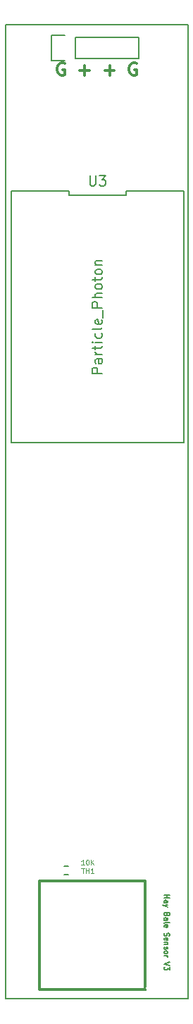
<source format=gto>
G04 #@! TF.FileFunction,Legend,Top*
%FSLAX46Y46*%
G04 Gerber Fmt 4.6, Leading zero omitted, Abs format (unit mm)*
G04 Created by KiCad (PCBNEW 4.0.1-stable) date 10/3/2016 3:23:19 PM*
%MOMM*%
G01*
G04 APERTURE LIST*
%ADD10C,0.100000*%
%ADD11C,0.200000*%
%ADD12C,0.300000*%
%ADD13C,0.152400*%
%ADD14C,0.304800*%
%ADD15C,0.150000*%
%ADD16C,0.050000*%
G04 APERTURE END LIST*
D10*
D11*
X123545600Y-62712600D02*
X123621800Y-62712600D01*
X123545600Y-179705000D02*
X123545600Y-62712600D01*
X145491200Y-179705000D02*
X123545600Y-179705000D01*
X145491200Y-62712600D02*
X145491200Y-179705000D01*
X123545600Y-62712600D02*
X145491200Y-62712600D01*
D12*
X130640629Y-67322000D02*
X130497772Y-67250571D01*
X130283486Y-67250571D01*
X130069201Y-67322000D01*
X129926343Y-67464857D01*
X129854915Y-67607714D01*
X129783486Y-67893429D01*
X129783486Y-68107714D01*
X129854915Y-68393429D01*
X129926343Y-68536286D01*
X130069201Y-68679143D01*
X130283486Y-68750571D01*
X130426343Y-68750571D01*
X130640629Y-68679143D01*
X130712058Y-68607714D01*
X130712058Y-68107714D01*
X130426343Y-68107714D01*
X132497772Y-68179143D02*
X133640629Y-68179143D01*
X133069200Y-68750571D02*
X133069200Y-67607714D01*
X135497772Y-68179143D02*
X136640629Y-68179143D01*
X136069200Y-68750571D02*
X136069200Y-67607714D01*
X139283486Y-67322000D02*
X139140629Y-67250571D01*
X138926343Y-67250571D01*
X138712058Y-67322000D01*
X138569200Y-67464857D01*
X138497772Y-67607714D01*
X138426343Y-67893429D01*
X138426343Y-68107714D01*
X138497772Y-68393429D01*
X138569200Y-68536286D01*
X138712058Y-68679143D01*
X138926343Y-68750571D01*
X139069200Y-68750571D01*
X139283486Y-68679143D01*
X139354915Y-68607714D01*
X139354915Y-68107714D01*
X139069200Y-68107714D01*
D11*
X140360400Y-178638200D02*
X140360400Y-178130200D01*
X140335000Y-178638200D02*
X140360400Y-178638200D01*
X140385800Y-178638200D02*
X140335000Y-178638200D01*
X140258800Y-178638200D02*
X140385800Y-178638200D01*
X140258800Y-178181000D02*
X140258800Y-178638200D01*
X127685800Y-178587400D02*
X127685800Y-178231800D01*
X127736600Y-178587400D02*
X127685800Y-178587400D01*
X127584200Y-178587400D02*
X127736600Y-178587400D01*
X127584200Y-178231800D02*
X127584200Y-178587400D01*
X127660400Y-177825400D02*
X127660400Y-178587400D01*
D13*
X142650029Y-167259001D02*
X143259629Y-167259001D01*
X142969343Y-167259001D02*
X142969343Y-167607344D01*
X142650029Y-167607344D02*
X143259629Y-167607344D01*
X142650029Y-168158887D02*
X142969343Y-168158887D01*
X143027400Y-168129858D01*
X143056429Y-168071801D01*
X143056429Y-167955687D01*
X143027400Y-167897630D01*
X142679057Y-168158887D02*
X142650029Y-168100830D01*
X142650029Y-167955687D01*
X142679057Y-167897630D01*
X142737114Y-167868601D01*
X142795171Y-167868601D01*
X142853229Y-167897630D01*
X142882257Y-167955687D01*
X142882257Y-168100830D01*
X142911286Y-168158887D01*
X143056429Y-168391116D02*
X142650029Y-168536259D01*
X143056429Y-168681401D02*
X142650029Y-168536259D01*
X142504886Y-168478201D01*
X142475857Y-168449173D01*
X142446829Y-168391116D01*
X142969343Y-169581287D02*
X142940314Y-169668373D01*
X142911286Y-169697401D01*
X142853229Y-169726430D01*
X142766143Y-169726430D01*
X142708086Y-169697401D01*
X142679057Y-169668373D01*
X142650029Y-169610315D01*
X142650029Y-169378087D01*
X143259629Y-169378087D01*
X143259629Y-169581287D01*
X143230600Y-169639344D01*
X143201571Y-169668373D01*
X143143514Y-169697401D01*
X143085457Y-169697401D01*
X143027400Y-169668373D01*
X142998371Y-169639344D01*
X142969343Y-169581287D01*
X142969343Y-169378087D01*
X142650029Y-170248944D02*
X142969343Y-170248944D01*
X143027400Y-170219915D01*
X143056429Y-170161858D01*
X143056429Y-170045744D01*
X143027400Y-169987687D01*
X142679057Y-170248944D02*
X142650029Y-170190887D01*
X142650029Y-170045744D01*
X142679057Y-169987687D01*
X142737114Y-169958658D01*
X142795171Y-169958658D01*
X142853229Y-169987687D01*
X142882257Y-170045744D01*
X142882257Y-170190887D01*
X142911286Y-170248944D01*
X142650029Y-170626316D02*
X142679057Y-170568258D01*
X142737114Y-170539230D01*
X143259629Y-170539230D01*
X142679057Y-171090772D02*
X142650029Y-171032715D01*
X142650029Y-170916601D01*
X142679057Y-170858544D01*
X142737114Y-170829515D01*
X142969343Y-170829515D01*
X143027400Y-170858544D01*
X143056429Y-170916601D01*
X143056429Y-171032715D01*
X143027400Y-171090772D01*
X142969343Y-171119801D01*
X142911286Y-171119801D01*
X142853229Y-170829515D01*
X142679057Y-171816486D02*
X142650029Y-171903572D01*
X142650029Y-172048715D01*
X142679057Y-172106772D01*
X142708086Y-172135801D01*
X142766143Y-172164829D01*
X142824200Y-172164829D01*
X142882257Y-172135801D01*
X142911286Y-172106772D01*
X142940314Y-172048715D01*
X142969343Y-171932601D01*
X142998371Y-171874543D01*
X143027400Y-171845515D01*
X143085457Y-171816486D01*
X143143514Y-171816486D01*
X143201571Y-171845515D01*
X143230600Y-171874543D01*
X143259629Y-171932601D01*
X143259629Y-172077743D01*
X143230600Y-172164829D01*
X142679057Y-172658314D02*
X142650029Y-172600257D01*
X142650029Y-172484143D01*
X142679057Y-172426086D01*
X142737114Y-172397057D01*
X142969343Y-172397057D01*
X143027400Y-172426086D01*
X143056429Y-172484143D01*
X143056429Y-172600257D01*
X143027400Y-172658314D01*
X142969343Y-172687343D01*
X142911286Y-172687343D01*
X142853229Y-172397057D01*
X143056429Y-172948600D02*
X142650029Y-172948600D01*
X142998371Y-172948600D02*
X143027400Y-172977628D01*
X143056429Y-173035686D01*
X143056429Y-173122771D01*
X143027400Y-173180828D01*
X142969343Y-173209857D01*
X142650029Y-173209857D01*
X142679057Y-173471114D02*
X142650029Y-173529171D01*
X142650029Y-173645286D01*
X142679057Y-173703343D01*
X142737114Y-173732371D01*
X142766143Y-173732371D01*
X142824200Y-173703343D01*
X142853229Y-173645286D01*
X142853229Y-173558200D01*
X142882257Y-173500143D01*
X142940314Y-173471114D01*
X142969343Y-173471114D01*
X143027400Y-173500143D01*
X143056429Y-173558200D01*
X143056429Y-173645286D01*
X143027400Y-173703343D01*
X142650029Y-174080715D02*
X142679057Y-174022657D01*
X142708086Y-173993629D01*
X142766143Y-173964600D01*
X142940314Y-173964600D01*
X142998371Y-173993629D01*
X143027400Y-174022657D01*
X143056429Y-174080715D01*
X143056429Y-174167800D01*
X143027400Y-174225857D01*
X142998371Y-174254886D01*
X142940314Y-174283915D01*
X142766143Y-174283915D01*
X142708086Y-174254886D01*
X142679057Y-174225857D01*
X142650029Y-174167800D01*
X142650029Y-174080715D01*
X142650029Y-174545172D02*
X143056429Y-174545172D01*
X142940314Y-174545172D02*
X142998371Y-174574200D01*
X143027400Y-174603229D01*
X143056429Y-174661286D01*
X143056429Y-174719343D01*
X143259629Y-175299914D02*
X142650029Y-175503114D01*
X143259629Y-175706314D01*
X143259629Y-175851457D02*
X143259629Y-176228828D01*
X143027400Y-176025628D01*
X143027400Y-176112714D01*
X142998371Y-176170771D01*
X142969343Y-176199800D01*
X142911286Y-176228828D01*
X142766143Y-176228828D01*
X142708086Y-176199800D01*
X142679057Y-176170771D01*
X142650029Y-176112714D01*
X142650029Y-175938542D01*
X142679057Y-175880485D01*
X142708086Y-175851457D01*
D14*
X140312200Y-165519600D02*
X140312200Y-178219600D01*
X140337600Y-178575200D02*
X127637600Y-178575200D01*
X140312200Y-165570400D02*
X127612200Y-165570400D01*
X127637600Y-165595800D02*
X127637600Y-178295800D01*
D15*
X131110800Y-163736800D02*
X130610800Y-163736800D01*
X130610800Y-164786800D02*
X131110800Y-164786800D01*
X131927600Y-66751200D02*
X139547600Y-66751200D01*
X131927600Y-64211200D02*
X139547600Y-64211200D01*
X129107600Y-63931200D02*
X130657600Y-63931200D01*
X139547600Y-66751200D02*
X139547600Y-64211200D01*
X131927600Y-64211200D02*
X131927600Y-66751200D01*
X130657600Y-67031200D02*
X129107600Y-67031200D01*
X129107600Y-67031200D02*
X129107600Y-63931200D01*
X124230000Y-82685000D02*
X124230000Y-112895000D01*
X124230000Y-112895000D02*
X145010000Y-112895000D01*
X145010000Y-112895000D02*
X145010000Y-82685000D01*
X145010000Y-82685000D02*
X138083333Y-82685000D01*
X138083333Y-82685000D02*
X138083333Y-83135000D01*
X138083333Y-83135000D02*
X131156667Y-83135000D01*
X131156667Y-83135000D02*
X131156667Y-82685000D01*
X131156667Y-82685000D02*
X124230000Y-82685000D01*
D16*
X132669372Y-164023229D02*
X133012229Y-164023229D01*
X132840800Y-164623229D02*
X132840800Y-164023229D01*
X133212229Y-164623229D02*
X133212229Y-164023229D01*
X133212229Y-164308943D02*
X133555086Y-164308943D01*
X133555086Y-164623229D02*
X133555086Y-164023229D01*
X134155086Y-164623229D02*
X133812229Y-164623229D01*
X133983657Y-164623229D02*
X133983657Y-164023229D01*
X133926514Y-164108943D01*
X133869372Y-164166086D01*
X133812229Y-164194657D01*
X133011914Y-163593429D02*
X132669057Y-163593429D01*
X132840485Y-163593429D02*
X132840485Y-162993429D01*
X132783342Y-163079143D01*
X132726200Y-163136286D01*
X132669057Y-163164857D01*
X133383343Y-162993429D02*
X133440486Y-162993429D01*
X133497629Y-163022000D01*
X133526200Y-163050571D01*
X133554771Y-163107714D01*
X133583343Y-163222000D01*
X133583343Y-163364857D01*
X133554771Y-163479143D01*
X133526200Y-163536286D01*
X133497629Y-163564857D01*
X133440486Y-163593429D01*
X133383343Y-163593429D01*
X133326200Y-163564857D01*
X133297629Y-163536286D01*
X133269057Y-163479143D01*
X133240486Y-163364857D01*
X133240486Y-163222000D01*
X133269057Y-163107714D01*
X133297629Y-163050571D01*
X133326200Y-163022000D01*
X133383343Y-162993429D01*
X133840486Y-163593429D02*
X133840486Y-162993429D01*
X134183343Y-163593429D02*
X133926200Y-163250571D01*
X134183343Y-162993429D02*
X133840486Y-163336286D01*
D15*
X133705714Y-80827857D02*
X133705714Y-81799286D01*
X133762857Y-81913571D01*
X133820000Y-81970714D01*
X133934286Y-82027857D01*
X134162857Y-82027857D01*
X134277143Y-81970714D01*
X134334286Y-81913571D01*
X134391429Y-81799286D01*
X134391429Y-80827857D01*
X134848572Y-80827857D02*
X135591429Y-80827857D01*
X135191429Y-81285000D01*
X135362857Y-81285000D01*
X135477143Y-81342143D01*
X135534286Y-81399286D01*
X135591429Y-81513571D01*
X135591429Y-81799286D01*
X135534286Y-81913571D01*
X135477143Y-81970714D01*
X135362857Y-82027857D01*
X135020000Y-82027857D01*
X134905714Y-81970714D01*
X134848572Y-81913571D01*
X135162857Y-104561427D02*
X133962857Y-104561427D01*
X133962857Y-104104284D01*
X134020000Y-103989998D01*
X134077143Y-103932855D01*
X134191429Y-103875712D01*
X134362857Y-103875712D01*
X134477143Y-103932855D01*
X134534286Y-103989998D01*
X134591429Y-104104284D01*
X134591429Y-104561427D01*
X135162857Y-102847141D02*
X134534286Y-102847141D01*
X134420000Y-102904284D01*
X134362857Y-103018570D01*
X134362857Y-103247141D01*
X134420000Y-103361427D01*
X135105714Y-102847141D02*
X135162857Y-102961427D01*
X135162857Y-103247141D01*
X135105714Y-103361427D01*
X134991429Y-103418570D01*
X134877143Y-103418570D01*
X134762857Y-103361427D01*
X134705714Y-103247141D01*
X134705714Y-102961427D01*
X134648571Y-102847141D01*
X135162857Y-102275713D02*
X134362857Y-102275713D01*
X134591429Y-102275713D02*
X134477143Y-102218570D01*
X134420000Y-102161427D01*
X134362857Y-102047141D01*
X134362857Y-101932856D01*
X134362857Y-101704284D02*
X134362857Y-101247141D01*
X133962857Y-101532856D02*
X134991429Y-101532856D01*
X135105714Y-101475713D01*
X135162857Y-101361427D01*
X135162857Y-101247141D01*
X135162857Y-100847142D02*
X134362857Y-100847142D01*
X133962857Y-100847142D02*
X134020000Y-100904285D01*
X134077143Y-100847142D01*
X134020000Y-100789999D01*
X133962857Y-100847142D01*
X134077143Y-100847142D01*
X135105714Y-99761427D02*
X135162857Y-99875713D01*
X135162857Y-100104284D01*
X135105714Y-100218570D01*
X135048571Y-100275713D01*
X134934286Y-100332856D01*
X134591429Y-100332856D01*
X134477143Y-100275713D01*
X134420000Y-100218570D01*
X134362857Y-100104284D01*
X134362857Y-99875713D01*
X134420000Y-99761427D01*
X135162857Y-99075713D02*
X135105714Y-99189999D01*
X134991429Y-99247142D01*
X133962857Y-99247142D01*
X135105714Y-98161428D02*
X135162857Y-98275714D01*
X135162857Y-98504285D01*
X135105714Y-98618571D01*
X134991429Y-98675714D01*
X134534286Y-98675714D01*
X134420000Y-98618571D01*
X134362857Y-98504285D01*
X134362857Y-98275714D01*
X134420000Y-98161428D01*
X134534286Y-98104285D01*
X134648571Y-98104285D01*
X134762857Y-98675714D01*
X135277143Y-97875714D02*
X135277143Y-96961428D01*
X135162857Y-96675714D02*
X133962857Y-96675714D01*
X133962857Y-96218571D01*
X134020000Y-96104285D01*
X134077143Y-96047142D01*
X134191429Y-95989999D01*
X134362857Y-95989999D01*
X134477143Y-96047142D01*
X134534286Y-96104285D01*
X134591429Y-96218571D01*
X134591429Y-96675714D01*
X135162857Y-95475714D02*
X133962857Y-95475714D01*
X135162857Y-94961428D02*
X134534286Y-94961428D01*
X134420000Y-95018571D01*
X134362857Y-95132857D01*
X134362857Y-95304285D01*
X134420000Y-95418571D01*
X134477143Y-95475714D01*
X135162857Y-94218571D02*
X135105714Y-94332857D01*
X135048571Y-94390000D01*
X134934286Y-94447143D01*
X134591429Y-94447143D01*
X134477143Y-94390000D01*
X134420000Y-94332857D01*
X134362857Y-94218571D01*
X134362857Y-94047143D01*
X134420000Y-93932857D01*
X134477143Y-93875714D01*
X134591429Y-93818571D01*
X134934286Y-93818571D01*
X135048571Y-93875714D01*
X135105714Y-93932857D01*
X135162857Y-94047143D01*
X135162857Y-94218571D01*
X134362857Y-93475714D02*
X134362857Y-93018571D01*
X133962857Y-93304286D02*
X134991429Y-93304286D01*
X135105714Y-93247143D01*
X135162857Y-93132857D01*
X135162857Y-93018571D01*
X135162857Y-92447143D02*
X135105714Y-92561429D01*
X135048571Y-92618572D01*
X134934286Y-92675715D01*
X134591429Y-92675715D01*
X134477143Y-92618572D01*
X134420000Y-92561429D01*
X134362857Y-92447143D01*
X134362857Y-92275715D01*
X134420000Y-92161429D01*
X134477143Y-92104286D01*
X134591429Y-92047143D01*
X134934286Y-92047143D01*
X135048571Y-92104286D01*
X135105714Y-92161429D01*
X135162857Y-92275715D01*
X135162857Y-92447143D01*
X134362857Y-91532858D02*
X135162857Y-91532858D01*
X134477143Y-91532858D02*
X134420000Y-91475715D01*
X134362857Y-91361429D01*
X134362857Y-91190001D01*
X134420000Y-91075715D01*
X134534286Y-91018572D01*
X135162857Y-91018572D01*
M02*

</source>
